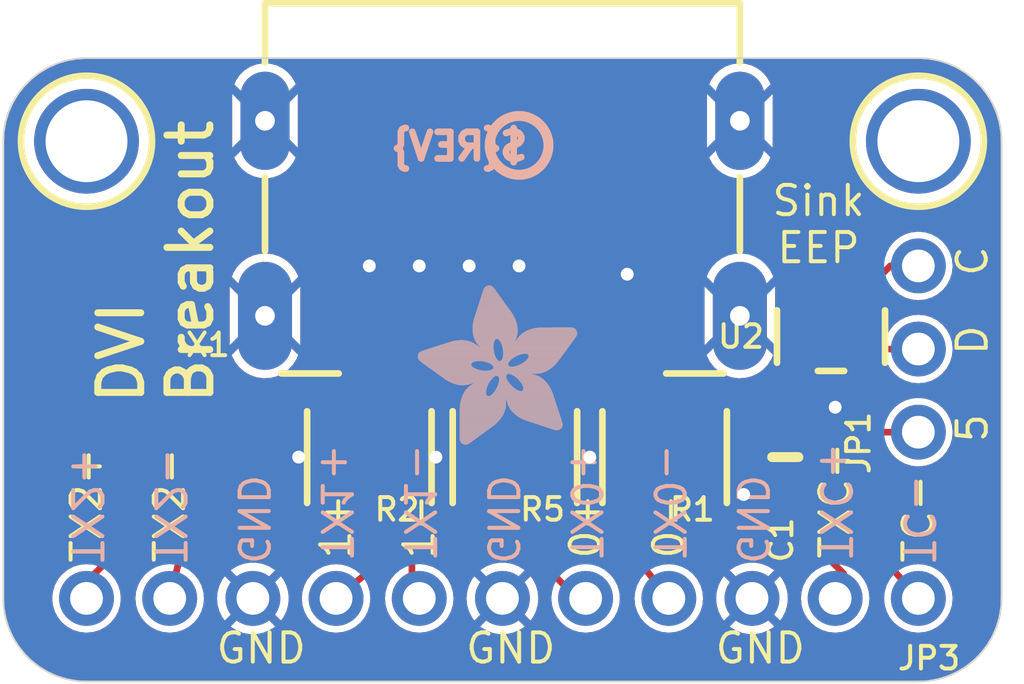
<source format=kicad_pcb>
(kicad_pcb (version 20221018) (generator pcbnew)
  (layers (0 "F.Cu" signal) (31 "B.Cu" signal) (34 "B.Paste" user) (35 "F.Paste" user) (36 "B.SilkS" user "B.Silkscreen") (37 "F.SilkS" user "F.Silkscreen") (38 "B.Mask" user) (39 "F.Mask" user) (44 "Edge.Cuts" user))
  (net 0 "")
  (net 1 "GND")
  (net 2 "HDMI_TXC+")
  (net 3 "HDMI_TXC-")
  (net 4 "HDMI_TX0+")
  (net 5 "HDMI_TX0-")
  (net 6 "HDMI_TX1+")
  (net 7 "HDMI_TX1-")
  (net 8 "HDMI_TX2+")
  (net 9 "HDMI_TX2-")
  (net 10 "5.0V")
  (net 11 "SCL")
  (net 12 "SDA")
  (net 13 "TX2+")
  (net 14 "TX2-")
  (net 15 "TX1+")
  (net 16 "TX1-")
  (net 17 "TX0+")
  (net 18 "TX0-")
  (net 19 "TXC+")
  (net 20 "TXC-")
  (net 21 "N$7")
  (footprint "working:MOUNTINGHOLE_2.5_PLATED" (layer "F.Cu") (at 161.2011 98.0186 180)
    (fp_text reference "U$33" hide)
    (fp_text value "MOUNTINGHOLE2.5" hide)
    (pad "P$1" thru_hole circle (at 0 0 180) (size 3.2 3.2) (drill 2.5) (layers "*.Cu" "*.Mask"))
    (zone (net 0) (net_name "") (layer "F.Cu") (connect_pads (clearance 0)) (min_thickness 0.25)
      (keepout (tracks not_allowed) (vias not_allowed) (pads not_allowed) (copperpour not_allowed) (footprints allowed))
      (fill (thermal_gap 0.5) (thermal_bridge_width 0.5))
      (polygon (pts (xy 159.1851 98.0186) (xy 159.20472 98.299173) (xy 159.263196 98.574285) (xy 159.359392 98.838581) (xy 159.491435 99.086917) (xy 159.656754 99.31446) (xy 159.852133 99.51678) (xy 160.073767 99.68994) (xy 160.317344 99.830569) (xy 160.578122 99.93593) (xy 160.851025 100.003972) (xy 161.130743 100.033372) (xy 161.411829 100.023556) (xy 161.688815 99.974716) (xy 161.956307 99.887803) (xy 162.2091 99.764507) (xy 162.442274 99.60723) (xy 162.651289 99.419031) (xy 162.832078 99.203575) (xy 162.981122 98.965055) (xy 163.09552 98.708113) (xy 163.173046 98.43775) (xy 163.212189 98.159229) (xy 163.212189 97.877971) (xy 163.173046 97.59945) (xy 163.09552 97.329087) (xy 162.981122 97.072145) (xy 162.832078 96.833625) (xy 162.651289 96.618169) (xy 162.442274 96.42997) (xy 162.2091 96.272693) (xy 161.956307 96.149397) (xy 161.688815 96.062484) (xy 161.411829 96.013644) (xy 161.130743 96.003828) (xy 160.851025 96.033228) (xy 160.578122 96.10127) (xy 160.317344 96.206631) (xy 160.073767 96.34726) (xy 159.852133 96.52042) (xy 159.656754 96.72274) (xy 159.491435 96.950283) (xy 159.359392 97.198619) (xy 159.263196 97.462915) (xy 159.20472 97.738027)))
      (polygon (pts (xy 161.2171 98.0186) (xy 161.212414 98.007286) (xy 161.2011 98.0026) (xy 161.189786 98.007286) (xy 161.1851 98.0186) (xy 161.189786 98.029914) (xy 161.2011 98.0346) (xy 161.212414 98.029914)))
    )
    (zone (net 0) (net_name "") (layer "B.Cu") (connect_pads (clearance 0)) (min_thickness 0.25)
      (keepout (tracks not_allowed) (vias not_allowed) (pads not_allowed) (copperpour not_allowed) (footprints allowed))
      (fill (thermal_gap 0.5) (thermal_bridge_width 0.5))
      (polygon (pts (xy 159.1851 98.0186) (xy 159.20472 98.299173) (xy 159.263196 98.574285) (xy 159.359392 98.838581) (xy 159.491435 99.086917) (xy 159.656754 99.31446) (xy 159.852133 99.51678) (xy 160.073767 99.68994) (xy 160.317344 99.830569) (xy 160.578122 99.93593) (xy 160.851025 100.003972) (xy 161.130743 100.033372) (xy 161.411829 100.023556) (xy 161.688815 99.974716) (xy 161.956307 99.887803) (xy 162.2091 99.764507) (xy 162.442274 99.60723) (xy 162.651289 99.419031) (xy 162.832078 99.203575) (xy 162.981122 98.965055) (xy 163.09552 98.708113) (xy 163.173046 98.43775) (xy 163.212189 98.159229) (xy 163.212189 97.877971) (xy 163.173046 97.59945) (xy 163.09552 97.329087) (xy 162.981122 97.072145) (xy 162.832078 96.833625) (xy 162.651289 96.618169) (xy 162.442274 96.42997) (xy 162.2091 96.272693) (xy 161.956307 96.149397) (xy 161.688815 96.062484) (xy 161.411829 96.013644) (xy 161.130743 96.003828) (xy 160.851025 96.033228) (xy 160.578122 96.10127) (xy 160.317344 96.206631) (xy 160.073767 96.34726) (xy 159.852133 96.52042) (xy 159.656754 96.72274) (xy 159.491435 96.950283) (xy 159.359392 97.198619) (xy 159.263196 97.462915) (xy 159.20472 97.738027)))
      (polygon (pts (xy 161.2171 98.0186) (xy 161.212414 98.007286) (xy 161.2011 98.0026) (xy 161.189786 98.007286) (xy 161.1851 98.0186) (xy 161.189786 98.029914) (xy 161.2011 98.0346) (xy 161.212414 98.029914)))
    )
  )
  (footprint "working:SOT23-5" (layer "F.Cu") (at 158.5341 103.9876 180)
    (fp_text reference "U2" (at 1.978 0) (layer "F.SilkS") (effects (font (size 0.692831 0.692831) (thickness 0.119969)) (justify right)))
    (fp_text value "24LC02BT-I/OT")
    (pad "1" smd rect (at -0.95 1.3001 180) (size 0.55 1.2) (layers "F.Cu" "F.Paste" "F.Mask") (net 11 "SCL"))
    (pad "2" smd rect (at 0 1.3001 180) (size 0.55 1.2) (layers "F.Cu" "F.Paste" "F.Mask") (net 1 "GND"))
    (pad "3" smd rect (at 0.95 1.3001 180) (size 0.55 1.2) (layers "F.Cu" "F.Paste" "F.Mask") (net 12 "SDA"))
    (pad "4" smd rect (at 0.95 -1.3001 180) (size 0.55 1.2) (layers "F.Cu" "F.Paste" "F.Mask") (net 10 "5.0V"))
    (pad "5" smd rect (at -0.95 -1.3001 180) (size 0.55 1.2) (layers "F.Cu" "F.Paste" "F.Mask") (net 1 "GND"))
  )
  (footprint "working:RESPACK_4X0603" (layer "F.Cu") (at 144.4371 107.6706 180)
    (fp_text reference "R2" (at -1.6 -1.6) (layer "F.SilkS") (effects (font (size 0.692831 0.692831) (thickness 0.119969)) (justify right)))
    (fp_text value "220")
    (pad "1" smd rect (at -1.3 0.85 180) (size 0.45 0.9) (layers "F.Cu" "F.Paste" "F.Mask") (net 7 "HDMI_TX1-"))
    (pad "2" smd rect (at -0.4 0.85 180) (size 0.45 0.9) (layers "F.Cu" "F.Paste" "F.Mask") (net 6 "HDMI_TX1+"))
    (pad "3" smd rect (at 0.4 0.85 180) (size 0.45 0.9) (layers "F.Cu" "F.Paste" "F.Mask") (net 9 "HDMI_TX2-"))
    (pad "4" smd rect (at 1.3 0.85 180) (size 0.45 0.9) (layers "F.Cu" "F.Paste" "F.Mask") (net 8 "HDMI_TX2+"))
    (pad "5" smd rect (at 1.3 -0.85 180) (size 0.45 0.9) (layers "F.Cu" "F.Paste" "F.Mask") (net 13 "TX2+"))
    (pad "6" smd rect (at 0.4 -0.85 180) (size 0.45 0.9) (layers "F.Cu" "F.Paste" "F.Mask") (net 14 "TX2-"))
    (pad "7" smd rect (at -0.4 -0.85 180) (size 0.45 0.9) (layers "F.Cu" "F.Paste" "F.Mask") (net 15 "TX1+"))
    (pad "8" smd rect (at -1.3 -0.85 180) (size 0.45 0.9) (layers "F.Cu" "F.Paste" "F.Mask") (net 16 "TX1-"))
  )
  (footprint "working:1X11_ROUND" (layer "F.Cu") (at 148.5011 111.9886 180)
    (fp_text reference "JP3" (at -14.0462 -1.8288) (layer "F.SilkS") (effects (font (size 0.692831 0.692831) (thickness 0.119969)) (justify right)))
    (fp_text value "")
    (pad "1" thru_hole circle (at -12.7 0 270) (size 1.6764 1.6764) (drill 1) (layers "*.Cu" "*.Mask") (net 20 "TXC-"))
    (pad "2" thru_hole circle (at -10.16 0 270) (size 1.6764 1.6764) (drill 1) (layers "*.Cu" "*.Mask") (net 19 "TXC+"))
    (pad "3" thru_hole circle (at -7.62 0 270) (size 1.6764 1.6764) (drill 1) (layers "*.Cu" "*.Mask") (net 1 "GND"))
    (pad "4" thru_hole circle (at -5.08 0 270) (size 1.6764 1.6764) (drill 1) (layers "*.Cu" "*.Mask") (net 18 "TX0-"))
    (pad "5" thru_hole circle (at -2.54 0 270) (size 1.6764 1.6764) (drill 1) (layers "*.Cu" "*.Mask") (net 17 "TX0+"))
    (pad "6" thru_hole circle (at 0 0 270) (size 1.6764 1.6764) (drill 1) (layers "*.Cu" "*.Mask") (net 1 "GND"))
    (pad "7" thru_hole circle (at 2.54 0 270) (size 1.6764 1.6764) (drill 1) (layers "*.Cu" "*.Mask") (net 16 "TX1-"))
    (pad "8" thru_hole circle (at 5.08 0 270) (size 1.6764 1.6764) (drill 1) (layers "*.Cu" "*.Mask") (net 15 "TX1+"))
    (pad "9" thru_hole circle (at 7.62 0 270) (size 1.6764 1.6764) (drill 1) (layers "*.Cu" "*.Mask") (net 1 "GND"))
    (pad "10" thru_hole circle (at 10.16 0 270) (size 1.6764 1.6764) (drill 1) (layers "*.Cu" "*.Mask") (net 14 "TX2-"))
    (pad "11" thru_hole circle (at 12.7 0 270) (size 1.6764 1.6764) (drill 1) (layers "*.Cu" "*.Mask") (net 13 "TX2+"))
  )
  (footprint "working:RESPACK_4X0603" (layer "F.Cu") (at 148.8821 107.6706 180)
    (fp_text reference "R5" (at -1.6 -1.6) (layer "F.SilkS") (effects (font (size 0.692831 0.692831) (thickness 0.119969)) (justify right)))
    (fp_text value "220")
    (pad "1" smd rect (at -1.3 0.85 180) (size 0.45 0.9) (layers "F.Cu" "F.Paste" "F.Mask") (net 3 "HDMI_TXC-"))
    (pad "2" smd rect (at -0.4 0.85 180) (size 0.45 0.9) (layers "F.Cu" "F.Paste" "F.Mask") (net 2 "HDMI_TXC+"))
    (pad "3" smd rect (at 0.4 0.85 180) (size 0.45 0.9) (layers "F.Cu" "F.Paste" "F.Mask") (net 5 "HDMI_TX0-"))
    (pad "4" smd rect (at 1.3 0.85 180) (size 0.45 0.9) (layers "F.Cu" "F.Paste" "F.Mask") (net 4 "HDMI_TX0+"))
    (pad "5" smd rect (at 1.3 -0.85 180) (size 0.45 0.9) (layers "F.Cu" "F.Paste" "F.Mask") (net 17 "TX0+"))
    (pad "6" smd rect (at 0.4 -0.85 180) (size 0.45 0.9) (layers "F.Cu" "F.Paste" "F.Mask") (net 18 "TX0-"))
    (pad "7" smd rect (at -0.4 -0.85 180) (size 0.45 0.9) (layers "F.Cu" "F.Paste" "F.Mask") (net 19 "TXC+"))
    (pad "8" smd rect (at -1.3 -0.85 180) (size 0.45 0.9) (layers "F.Cu" "F.Paste" "F.Mask") (net 20 "TXC-"))
  )
  (footprint "working:HDMI_MOLEX_47151-0001" (layer "F.Cu") (at 148.5011 104.1146 180)
    (fp_text reference "X1" (at 8.255 -0.127) (layer "F.SilkS") (effects (font (size 0.692831 0.692831) (thickness 0.119969)) (justify right)))
    (fp_text value "47151-0001")
    (pad "1" smd rect (at 4.5 0 180) (size 0.25 2.6) (layers "F.Cu" "F.Mask") (net 8 "HDMI_TX2+"))
    (pad "2" smd rect (at 4 0 180) (size 0.25 2.6) (layers "F.Cu" "F.Mask") (net 1 "GND"))
    (pad "3" smd rect (at 3.5 0 180) (size 0.25 2.6) (layers "F.Cu" "F.Mask") (net 9 "HDMI_TX2-"))
    (pad "4" smd rect (at 3 0 180) (size 0.25 2.6) (layers "F.Cu" "F.Mask") (net 6 "HDMI_TX1+"))
    (pad "5" smd rect (at 2.5 0 180) (size 0.25 2.6) (layers "F.Cu" "F.Mask") (net 1 "GND"))
    (pad "6" smd rect (at 2 0 180) (size 0.25 2.6) (layers "F.Cu" "F.Mask") (net 7 "HDMI_TX1-"))
    (pad "7" smd rect (at 1.5 0 180) (size 0.25 2.6) (layers "F.Cu" "F.Mask") (net 4 "HDMI_TX0+"))
    (pad "8" smd rect (at 1 0 180) (size 0.25 2.6) (layers "F.Cu" "F.Mask") (net 1 "GND"))
    (pad "9" smd rect (at 0.5 0 180) (size 0.25 2.6) (layers "F.Cu" "F.Mask") (net 5 "HDMI_TX0-"))
    (pad "10" smd rect (at 0 0 180) (size 0.25 2.6) (layers "F.Cu" "F.Mask") (net 2 "HDMI_TXC+"))
    (pad "11" smd rect (at -0.5 0 180) (size 0.25 2.6) (layers "F.Cu" "F.Mask") (net 1 "GND"))
    (pad "12" smd rect (at -1 0 180) (size 0.25 2.6) (layers "F.Cu" "F.Mask") (net 3 "HDMI_TXC-"))
    (pad "13" smd rect (at -1.5 0 180) (size 0.25 2.6) (layers "F.Cu" "F.Mask"))
    (pad "14" smd rect (at -2 0 180) (size 0.25 2.6) (layers "F.Cu" "F.Mask"))
    (pad "15" smd rect (at -2.5 0 180) (size 0.25 2.6) (layers "F.Cu" "F.Mask") (net 11 "SCL"))
    (pad "16" smd rect (at -3 0 180) (size 0.25 2.6) (layers "F.Cu" "F.Mask") (net 12 "SDA"))
    (pad "17" smd rect (at -3.5 0 180) (size 0.25 2.6) (layers "F.Cu" "F.Mask") (net 1 "GND"))
    (pad "18" smd rect (at -4 0 180) (size 0.25 2.6) (layers "F.Cu" "F.Mask") (net 10 "5.0V"))
    (pad "19" smd rect (at -4.5 0 180) (size 0.25 2.6) (layers "F.Cu" "F.Mask") (net 21 "N$7"))
    (pad "P$1" thru_hole oval (at -7.25 0.76 270) (size 3.3 1.65) (drill 0.6) (layers "*.Cu" "*.Mask") (net 1 "GND"))
    (pad "P$2" thru_hole oval (at 7.25 0.76 270) (size 3.3 1.65) (drill 0.6) (layers "*.Cu" "*.Mask") (net 1 "GND"))
    (pad "P$3" thru_hole oval (at 7.25 6.72 270) (size 3 1.5) (drill 0.6) (layers "*.Cu" "*.Mask") (net 1 "GND"))
    (pad "P$4" thru_hole oval (at -7.25 6.72 270) (size 3 1.5) (drill 0.6) (layers "*.Cu" "*.Mask") (net 1 "GND"))
  )
  (footprint "working:RESPACK_4X0603" (layer "F.Cu") (at 153.4541 107.6706 180)
    (fp_text reference "R1" (at -1.6 -1.6) (layer "F.SilkS") (effects (font (size 0.692831 0.692831) (thickness 0.119969)) (justify right)))
    (fp_text value "10K")
    (pad "1" smd rect (at -1.3 0.85 180) (size 0.45 0.9) (layers "F.Cu" "F.Paste" "F.Mask") (net 21 "N$7"))
    (pad "2" smd rect (at -0.4 0.85 180) (size 0.45 0.9) (layers "F.Cu" "F.Paste" "F.Mask") (net 10 "5.0V"))
    (pad "3" smd rect (at 0.4 0.85 180) (size 0.45 0.9) (layers "F.Cu" "F.Paste" "F.Mask") (net 12 "SDA"))
    (pad "4" smd rect (at 1.3 0.85 180) (size 0.45 0.9) (layers "F.Cu" "F.Paste" "F.Mask") (net 11 "SCL"))
    (pad "5" smd rect (at 1.3 -0.85 180) (size 0.45 0.9) (layers "F.Cu" "F.Paste" "F.Mask") (net 10 "5.0V"))
    (pad "6" smd rect (at 0.4 -0.85 180) (size 0.45 0.9) (layers "F.Cu" "F.Paste" "F.Mask") (net 10 "5.0V"))
    (pad "7" smd rect (at -0.4 -0.85 180) (size 0.45 0.9) (layers "F.Cu" "F.Paste" "F.Mask") (net 10 "5.0V"))
    (pad "8" smd rect (at -1.3 -0.85 180) (size 0.45 0.9) (layers "F.Cu" "F.Paste" "F.Mask") (net 10 "5.0V"))
  )
  (footprint "working:MOUNTINGHOLE_2.5_PLATED" (layer "F.Cu") (at 135.8011 98.0186 180)
    (fp_text reference "U$32" hide)
    (fp_text value "MOUNTINGHOLE2.5" hide)
    (pad "P$1" thru_hole circle (at 0 0 180) (size 3.2 3.2) (drill 2.5) (layers "*.Cu" "*.Mask"))
    (zone (net 0) (net_name "") (layer "F.Cu") (connect_pads (clearance 0)) (min_thickness 0.25)
      (keepout (tracks not_allowed) (vias not_allowed) (pads not_allowed) (copperpour not_allowed) (footprints allowed))
      (fill (thermal_gap 0.5) (thermal_bridge_width 0.5))
      (polygon (pts (xy 133.7851 98.0186) (xy 133.80472 98.299173) (xy 133.863196 98.574285) (xy 133.959392 98.838581) (xy 134.091435 99.086917) (xy 134.256754 99.31446) (xy 134.452133 99.51678) (xy 134.673767 99.68994) (xy 134.917344 99.830569) (xy 135.178122 99.93593) (xy 135.451025 100.003972) (xy 135.730743 100.033372) (xy 136.011829 100.023556) (xy 136.288815 99.974716) (xy 136.556307 99.887803) (xy 136.8091 99.764507) (xy 137.042274 99.60723) (xy 137.251289 99.419031) (xy 137.432078 99.203575) (xy 137.581122 98.965055) (xy 137.69552 98.708113) (xy 137.773046 98.43775) (xy 137.812189 98.159229) (xy 137.812189 97.877971) (xy 137.773046 97.59945) (xy 137.69552 97.329087) (xy 137.581122 97.072145) (xy 137.432078 96.833625) (xy 137.251289 96.618169) (xy 137.042274 96.42997) (xy 136.8091 96.272693) (xy 136.556307 96.149397) (xy 136.288815 96.062484) (xy 136.011829 96.013644) (xy 135.730743 96.003828) (xy 135.451025 96.033228) (xy 135.178122 96.10127) (xy 134.917344 96.206631) (xy 134.673767 96.34726) (xy 134.452133 96.52042) (xy 134.256754 96.72274) (xy 134.091435 96.950283) (xy 133.959392 97.198619) (xy 133.863196 97.462915) (xy 133.80472 97.738027)))
      (polygon (pts (xy 135.8171 98.0186) (xy 135.812414 98.007286) (xy 135.8011 98.0026) (xy 135.789786 98.007286) (xy 135.7851 98.0186) (xy 135.789786 98.029914) (xy 135.8011 98.0346) (xy 135.812414 98.029914)))
    )
    (zone (net 0) (net_name "") (layer "B.Cu") (connect_pads (clearance 0)) (min_thickness 0.25)
      (keepout (tracks not_allowed) (vias not_allowed) (pads not_allowed) (copperpour not_allowed) (footprints allowed))
      (fill (thermal_gap 0.5) (thermal_bridge_width 0.5))
      (polygon (pts (xy 133.7851 98.0186) (xy 133.80472 98.299173) (xy 133.863196 98.574285) (xy 133.959392 98.838581) (xy 134.091435 99.086917) (xy 134.256754 99.31446) (xy 134.452133 99.51678) (xy 134.673767 99.68994) (xy 134.917344 99.830569) (xy 135.178122 99.93593) (xy 135.451025 100.003972) (xy 135.730743 100.033372) (xy 136.011829 100.023556) (xy 136.288815 99.974716) (xy 136.556307 99.887803) (xy 136.8091 99.764507) (xy 137.042274 99.60723) (xy 137.251289 99.419031) (xy 137.432078 99.203575) (xy 137.581122 98.965055) (xy 137.69552 98.708113) (xy 137.773046 98.43775) (xy 137.812189 98.159229) (xy 137.812189 97.877971) (xy 137.773046 97.59945) (xy 137.69552 97.329087) (xy 137.581122 97.072145) (xy 137.432078 96.833625) (xy 137.251289 96.618169) (xy 137.042274 96.42997) (xy 136.8091 96.272693) (xy 136.556307 96.149397) (xy 136.288815 96.062484) (xy 136.011829 96.013644) (xy 135.730743 96.003828) (xy 135.451025 96.033228) (xy 135.178122 96.10127) (xy 134.917344 96.206631) (xy 134.673767 96.34726) (xy 134.452133 96.52042) (xy 134.256754 96.72274) (xy 134.091435 96.950283) (xy 133.959392 97.198619) (xy 133.863196 97.462915) (xy 133.80472 97.738027)))
      (polygon (pts (xy 135.8171 98.0186) (xy 135.812414 98.007286) (xy 135.8011 98.0026) (xy 135.789786 98.007286) (xy 135.7851 98.0186) (xy 135.789786 98.029914) (xy 135.8011 98.0346) (xy 135.812414 98.029914)))
    )
  )
  (footprint "working:0603-NO" (layer "F.Cu") (at 157.1371 107.6706 -90)
    (fp_text reference "C1" (at 1.778 0.127 90) (layer "F.SilkS") (effects (font (size 0.692831 0.692831) (thickness 0.119969)) (justify right)))
    (fp_text value "1uF")
    (pad "1" smd rect (at -0.85 0 270) (size 1.075 1) (layers "F.Cu" "F.Paste" "F.Mask") (net 10 "5.0V"))
    (pad "2" smd rect (at 0.85 0 270) (size 1.075 1) (layers "F.Cu" "F.Paste" "F.Mask") (net 1 "GND"))
  )
  (footprint "working:1X03_ROUND" (layer "F.Cu") (at 161.2011 104.3686 90)
    (fp_text reference "JP1" (at -3.8862 -1.8288 90) (layer "F.SilkS") (effects (font (size 0.692831 0.692831) (thickness 0.119969)) (justify left)))
    (fp_text value "")
    (pad "1" thru_hole circle (at -2.54 0 180) (size 1.6764 1.6764) (drill 1) (layers "*.Cu" "*.Mask") (net 10 "5.0V"))
    (pad "2" thru_hole circle (at 0 0 180) (size 1.6764 1.6764) (drill 1) (layers "*.Cu" "*.Mask") (net 12 "SDA"))
    (pad "3" thru_hole circle (at 2.54 0 180) (size 1.6764 1.6764) (drill 1) (layers "*.Cu" "*.Mask") (net 11 "SCL"))
  )
  (footprint "working:FIDUCIAL_1MM" (layer "F.Cu") (at 134.5311 105.7656 -90)
    (fp_text reference "FID2" hide)
    (fp_text value "FIDUCIAL_1MM" hide)
    (pad "1" smd roundrect (at 0 0 270) (size 1 1) (layers "F.Cu" "F.Mask") (roundrect_rratio 0.5))
  )
  (footprint "working:FIDUCIAL_1MM" (layer "F.Cu") (at 158.0261 96.7486 -90)
    (fp_text reference "FID1" hide)
    (fp_text value "FIDUCIAL_1MM" hide)
    (pad "1" smd roundrect (at 0 0 270) (size 1 1) (layers "F.Cu" "F.Mask") (roundrect_rratio 0.5))
  )
  (footprint "working:PCBFEAT-REV-040" (layer "B.Cu") (at 149.0091 98.1456 180)
    (fp_text reference "U$73" hide)
    (fp_text value "" hide)
    (fp_text user "${REV}" (at -0.3556 -0.508) (layer "B.SilkS") (effects (font (size 0.8128 0.8128) (thickness 0.2032)) (justify left bottom mirror)))
  )
  (footprint "working:ADAFRUIT_5MM" (layer "B.Cu") (at 150.7871 107.2896 180)
    (fp_text reference "U$6" hide)
    (fp_text value "" hide)
  )
  (gr_line (start 133.2611 111.9886) (end 133.2611 98.0186) (stroke (width 0.05)) (layer "Edge.Cuts"))
  (gr_line (start 163.7411 98.0186) (end 163.7411 111.9886) (stroke (width 0.05)) (layer "Edge.Cuts"))
  (gr_arc (start 135.8011 114.5286) (mid 134.005049 113.784651) (end 133.2611 111.9886) (stroke (width 0.05)) (layer "Edge.Cuts"))
  (gr_arc (start 161.2011 95.4786) (mid 162.997151 96.222549) (end 163.7411 98.0186) (stroke (width 0.05)) (layer "Edge.Cuts"))
  (gr_arc (start 133.2611 98.0186) (mid 134.005049 96.222549) (end 135.8011 95.4786) (stroke (width 0.05)) (layer "Edge.Cuts"))
  (gr_line (start 161.2011 114.5286) (end 135.8011 114.5286) (stroke (width 0.05)) (layer "Edge.Cuts"))
  (gr_line (start 135.8011 95.4786) (end 161.2011 95.4786) (stroke (width 0.05)) (layer "Edge.Cuts"))
  (gr_arc (start 163.7411 111.9886) (mid 162.997151 113.784651) (end 161.2011 114.5286) (stroke (width 0.05)) (layer "Edge.Cuts"))
  (gr_text "TX1-" (at 145.9611 110.8456 -90) (layer "B.SilkS") (effects (font (size 0.89408 0.89408) (thickness 0.12192)) (justify left mirror)))
  (gr_text "GND" (at 156.1211 109.5756 -90) (layer "B.SilkS") (effects (font (size 0.89408 0.89408) (thickness 0.12192)) (justify mirror)))
  (gr_text "TX0+" (at 151.0411 110.8456 -90) (layer "B.SilkS") (effects (font (size 0.89408 0.89408) (thickness 0.12192)) (justify left mirror)))
  (gr_text "TX1+" (at 143.4211 110.8456 -90) (layer "B.SilkS") (effects (font (size 0.89408 0.89408) (thickness 0.12192)) (justify left mirror)))
  (gr_text "GND" (at 140.8811 109.5756 -90) (layer "B.SilkS") (effects (font (size 0.89408 0.89408) (thickness 0.12192)) (justify mirror)))
  (gr_text "GND" (at 148.5011 109.5756 -90) (layer "B.SilkS") (effects (font (size 0.89408 0.89408) (thickness 0.12192)) (justify mirror)))
  (gr_text "TX0-" (at 153.5811 110.8456 -90) (layer "B.SilkS") (effects (font (size 0.89408 0.89408) (thickness 0.12192)) (justify left mirror)))
  (gr_text "TX2+" (at 135.8011 110.9726 -90) (layer "B.SilkS") (effects (font (size 0.89408 0.89408) (thickness 0.12192)) (justify left mirror)))
  (gr_text "TX2-" (at 138.3411 110.9726 -90) (layer "B.SilkS") (effects (font (size 0.89408 0.89408) (thickness 0.12192)) (justify left mirror)))
  (gr_text "TXC+" (at 158.6611 110.8456 -90) (layer "B.SilkS") (effects (font (size 0.89408 0.89408) (thickness 0.12192)) (justify left mirror)))
  (gr_text "TC-" (at 161.2011 110.9726 -90) (layer "B.SilkS") (effects (font (size 0.89408 0.89408) (thickness 0.12192)) (justify left mirror)))
  (gr_text "DVI\nBreakout" (at 139.7381 106.1466 90) (layer "F.SilkS") (effects (font (size 1.31064 1.31064) (thickness 0.21336)) (justify left bottom)))
  (gr_text "1-" (at 145.9611 110.8456 90) (layer "F.SilkS") (effects (font (size 0.89408 0.89408) (thickness 0.12192)) (justify left)))
  (gr_text "1+" (at 143.4211 110.8456 90) (layer "F.SilkS") (effects (font (size 0.89408 0.89408) (thickness 0.12192)) (justify left)))
  (gr_text "GND" (at 156.3751 113.5126) (layer "F.SilkS") (effects (font (size 0.89408 0.89408) (thickness 0.12192))))
  (gr_text "TX2-" (at 138.3411 110.9726 90) (layer "F.SilkS") (effects (font (size 0.89408 0.89408) (thickness 0.12192)) (justify left)))
  (gr_text "TC-" (at 161.2011 110.9726 90) (layer "F.SilkS") (effects (font (size 0.89408 0.89408) (thickness 0.12192)) (justify left)))
  (gr_text "TXC+" (at 158.6611 110.8456 90) (layer "F.SilkS") (effects (font (size 0.89408 0.89408) (thickness 0.12192)) (justify left)))
  (gr_text "TX2+" (at 135.8011 110.9726 90) (layer "F.SilkS") (effects (font (size 0.89408 0.89408) (thickness 0.12192)) (justify left)))
  (gr_text "Sink\nEEP" (at 158.1531 100.5586) (layer "F.SilkS") (effects (font (size 0.89408 0.89408) (thickness 0.12192))))
  (gr_text "0-" (at 153.5811 110.8456 90) (layer "F.SilkS") (effects (font (size 0.89408 0.89408) (thickness 0.12192)) (justify left)))
  (gr_text "GND" (at 148.7551 113.5126) (layer "F.SilkS") (effects (font (size 0.89408 0.89408) (thickness 0.12192))))
  (gr_text "GND" (at 141.1351 113.5126) (layer "F.SilkS") (effects (font (size 0.89408 0.89408) (thickness 0.12192))))
  (gr_text "D" (at 162.8521 104.6226 90) (layer "F.SilkS") (effects (font (size 0.89408 0.89408) (thickness 0.12192)) (justify left)))
  (gr_text "C" (at 162.8521 102.2096 90) (layer "F.SilkS") (effects (font (size 0.89408 0.89408) (thickness 0.12192)) (justify left)))
  (gr_text "5" (at 162.8521 107.2896 90) (layer "F.SilkS") (effects (font (size 0.89408 0.89408) (thickness 0.12192)) (justify left)))
  (gr_text "0+" (at 151.0411 110.8456 90) (layer "F.SilkS") (effects (font (size 0.89408 0.89408) (thickness 0.12192)) (justify left)))
  (via (at 158.6611 106.1466) (size 0.8001) (drill 0.3937) (layers "F.Cu" "B.Cu") (net 1))
  (via (at 155.8671 108.8136) (size 0.8001) (drill 0.3937) (layers "F.Cu" "B.Cu") (net 1))
  (via (at 146.4691 107.6706) (size 0.8001) (drill 0.3937) (layers "F.Cu" "B.Cu") (net 1))
  (via (at 147.4851 101.8286) (size 0.8001) (drill 0.3937) (layers "F.Cu" "B.Cu") (net 1))
  (via (at 149.0091 101.8286) (size 0.8001) (drill 0.3937) (layers "F.Cu" "B.Cu") (net 1))
  (via (at 142.2781 107.6706) (size 0.8001) (drill 0.3937) (layers "F.Cu" "B.Cu") (net 1))
  (via (at 152.3111 102.0826) (size 0.8001) (drill 0.3937) (layers "F.Cu" "B.Cu") (net 1))
  (via (at 145.9611 101.8286) (size 0.8001) (drill 0.3937) (layers "F.Cu" "B.Cu") (net 1))
  (via (at 144.4371 101.8286) (size 0.8001) (drill 0.3937) (layers "F.Cu" "B.Cu") (net 1))
  (via (at 151.1681 107.6706) (size 0.8001) (drill 0.3937) (layers "F.Cu" "B.Cu") (net 1))
  (segment (start 148.5011 104.1146) (end 148.5011 105.5116) (width 0.2032) (layer "F.Cu") (net 2))
  (segment (start 148.5011 105.5116) (end 149.2821 106.2926) (width 0.2032) (layer "F.Cu") (net 2))
  (segment (start 149.2821 106.2926) (end 149.2821 106.8206) (width 0.2032) (layer "F.Cu") (net 2))
  (segment (start 149.5011 105.7496) (end 150.1821 106.4306) (width 0.2032) (layer "F.Cu") (net 3))
  (segment (start 150.1821 106.4306) (end 150.1821 106.8206) (width 0.2032) (layer "F.Cu") (net 3))
  (segment (start 149.5011 104.1146) (end 149.5011 105.7496) (width 0.2032) (layer "F.Cu") (net 3))
  (segment (start 147.5821 106.6936) (end 147.0011 106.1126) (width 0.2032) (layer "F.Cu") (net 4))
  (segment (start 147.0011 104.1146) (end 147.0011 106.1126) (width 0.2032) (layer "F.Cu") (net 4))
  (segment (start 147.5821 106.6936) (end 147.5821 106.8206) (width 0.2032) (layer "F.Cu") (net 4))
  (segment (start 148.0011 104.1146) (end 148.0011 105.9586) (width 0.2032) (layer "F.Cu") (net 5))
  (segment (start 148.4821 106.4396) (end 148.0011 105.9586) (width 0.2032) (layer "F.Cu") (net 5))
  (segment (start 148.4821 106.4396) (end 148.4821 106.8206) (width 0.2032) (layer "F.Cu") (net 5))
  (segment (start 145.5011 105.911338) (end 144.8371 106.575338) (width 0.2032) (layer "F.Cu") (net 6))
  (segment (start 145.5011 104.1146) (end 145.5011 105.911338) (width 0.2032) (layer "F.Cu") (net 6))
  (segment (start 144.8371 106.8206) (end 144.8371 106.575338) (width 0.2032) (layer "F.Cu") (net 6))
  (segment (start 146.5011 105.8606) (end 145.7371 106.6246) (width 0.2032) (layer "F.Cu") (net 7))
  (segment (start 145.7371 106.8206) (end 145.7371 106.6246) (width 0.2032) (layer "F.Cu") (net 7))
  (segment (start 146.5011 104.1146) (end 146.5011 105.8606) (width 0.2032) (layer "F.Cu") (net 7))
  (segment (start 144.0011 105.5666) (end 143.1371 106.4306) (width 0.2032) (layer "F.Cu") (net 8))
  (segment (start 143.1371 106.4306) (end 143.1371 106.8206) (width 0.2032) (layer "F.Cu") (net 8))
  (segment (start 144.0011 104.1146) (end 144.0011 105.5666) (width 0.2032) (layer "F.Cu") (net 8))
  (segment (start 145.0011 104.1146) (end 145.0011 105.55055) (width 0.2032) (layer "F.Cu") (net 9))
  (segment (start 144.0371 106.51455) (end 144.0371 106.8206) (width 0.2032) (layer "F.Cu") (net 9))
  (segment (start 145.0011 105.55055) (end 144.0371 106.51455) (width 0.2032) (layer "F.Cu") (net 9))
  (segment (start 157.1371 106.8206) (end 157.2251 106.9086) (width 0.2032) (layer "F.Cu") (net 10))
  (segment (start 153.8541 108.5206) (end 153.8541 106.8206) (width 0.2032) (layer "F.Cu") (net 10))
  (segment (start 153.97805 106.16255) (end 153.97805 106.8206) (width 0.2032) (layer "F.Cu") (net 10))
  (segment (start 152.79605 105.7656) (end 152.5011 105.47065) (width 0.2032) (layer "F.Cu") (net 10))
  (segment (start 153.8541 108.5206) (end 154.7541 108.5206) (width 0.2032) (layer "F.Cu") (net 10))
  (segment (start 154.7541 108.5206) (end 156.4541 106.8206) (width 0.2032) (layer "F.Cu") (net 10))
  (segment (start 152.1541 108.5206) (end 153.0541 108.5206) (width 0.2032) (layer "F.Cu") (net 10))
  (segment (start 157.5841 105.6906) (end 157.5841 105.2877) (width 0.2032) (layer "F.Cu") (net 10))
  (segment (start 153.97805 106.8206) (end 153.8541 106.8206) (width 0.2032) (layer "F.Cu") (net 10))
  (segment (start 152.79605 105.7656) (end 153.5811 105.7656) (width 0.2032) (layer "F.Cu") (net 10))
  (segment (start 157.1371 106.8206) (end 157.7111 106.2466) (width 0.2032) (layer "F.Cu") (net 10))
  (segment (start 152.5011 104.1146) (end 152.5011 105.47065) (width 0.2032) (layer "F.Cu") (net 10))
  (segment (start 157.7111 106.2466) (end 157.7111 105.5636) (width 0.2032) (layer "F.Cu") (net 10))
  (segment (start 156.4541 106.8206) (end 157.1371 106.8206) (width 0.2032) (layer "F.Cu") (net 10))
  (segment (start 154.8811 108.5206) (end 154.7541 108.5206) (width 0.2032) (layer "F.Cu") (net 10))
  (segment (start 153.0541 108.5206) (end 153.8541 108.5206) (width 0.2032) (layer "F.Cu") (net 10))
  (segment (start 157.2251 106.9086) (end 161.2011 106.9086) (width 0.2032) (layer "F.Cu") (net 10))
  (segment (start 157.7111 105.5636) (end 157.5841 105.6906) (width 0.2032) (layer "F.Cu") (net 10))
  (segment (start 153.5811 105.7656) (end 153.97805 106.16255) (width 0.2032) (layer "F.Cu") (net 10))
  (segment (start 157.5841 105.8176) (end 157.5841 105.6906) (width 0.2032) (layer "F.Cu") (net 10))
  (segment (start 152.0271 106.8206) (end 151.0011 105.7946) (width 0.2032) (layer "F.Cu") (net 11))
  (segment (start 151.0011 104.1146) (end 151.0011 105.7946) (width 0.2032) (layer "F.Cu") (net 11))
  (segment (start 159.4841 102.6875) (end 159.4841 101.8286) (width 0.2032) (layer "F.Cu") (net 11))
  (segment (start 158.2141 100.5586) (end 151.8031 100.5586) (width 0.2032) (layer "F.Cu") (net 11))
  (segment (start 159.4841 102.6875) (end 160.343 101.8286) (width 0.2032) (layer "F.Cu") (net 11))
  (segment (start 160.343 101.8286) (end 161.2011 101.8286) (width 0.2032) (layer "F.Cu") (net 11))
  (segment (start 151.0411 104.0746) (end 151.0011 104.1146) (width 0.2032) (layer "F.Cu") (net 11))
  (segment (start 159.4841 101.8286) (end 158.2141 100.5586) (width 0.2032) (layer "F.Cu") (net 11))
  (segment (start 151.8031 100.5586) (end 151.0411 101.3206) (width 0.2032) (layer "F.Cu") (net 11))
  (segment (start 152.0271 106.8206) (end 152.1541 106.8206) (width 0.2032) (layer "F.Cu") (net 11))
  (segment (start 151.0411 101.3206) (end 151.0411 104.0746) (width 0.2032) (layer "F.Cu") (net 11))
  (segment (start 152.0571 101.0666) (end 155.9632 101.0666) (width 0.2032) (layer "F.Cu") (net 12))
  (segment (start 151.5011 101.6226) (end 152.0571 101.0666) (width 0.2032) (layer "F.Cu") (net 12))
  (segment (start 155.9632 101.0666) (end 157.5841 102.6875) (width 0.2032) (layer "F.Cu") (net 12))
  (segment (start 151.5011 104.1146) (end 151.5011 101.6226) (width 0.2032) (layer "F.Cu") (net 12))
  (segment (start 151.5011 104.1146) (end 151.5011 105.5906) (width 0.2032) (layer "F.Cu") (net 12))
  (segment (start 151.5011 105.5906) (end 151.6761 105.7656) (width 0.2032) (layer "F.Cu") (net 12))
  (segment (start 158.2801 104.3686) (end 157.5841 103.6726) (width 0.2032) (layer "F.Cu") (net 12))
  (segment (start 153.0541 106.598388) (end 153.0541 106.8206) (width 0.2032) (layer "F.Cu") (net 12))
  (segment (start 157.5841 102.6875) (end 157.5841 103.6726) (width 0.2032) (layer "F.Cu") (net 12))
  (segment (start 161.2011 104.3686) (end 158.2801 104.3686) (width 0.2032) (layer "F.Cu") (net 12))
  (segment (start 151.6761 105.7656) (end 152.221312 105.7656) (width 0.2032) (layer "F.Cu") (net 12))
  (segment (start 152.221312 105.7656) (end 153.0541 106.598388) (width 0.2032) (layer "F.Cu") (net 12))
  (segment (start 137.9991 109.2826) (end 136.0551 111.2266) (width 0.2032) (layer "F.Cu") (net 13))
  (segment (start 142.3751 109.2826) (end 137.9991 109.2826) (width 0.2032) (layer "F.Cu") (net 13))
  (segment (start 136.0551 111.2266) (end 135.8011 111.9886) (width 0.2032) (layer "F.Cu") (net 13))
  (segment (start 143.1371 108.5206) (end 142.3751 109.2826) (width 0.2032) (layer "F.Cu") (net 13))
  (segment (start 139.8651 109.7026) (end 138.5951 110.9726) (width 0.2032) (layer "F.Cu") (net 14))
  (segment (start 138.5951 110.9726) (end 138.3411 111.9886) (width 0.2032) (layer "F.Cu") (net 14))
  (segment (start 144.0371 109.3406) (end 143.6751 109.7026) (width 0.2032) (layer "F.Cu") (net 14))
  (segment (start 144.0371 108.5206) (end 144.0371 109.3406) (width 0.2032) (layer "F.Cu") (net 14))
  (segment (start 143.6751 109.7026) (end 139.8651 109.7026) (width 0.2032) (layer "F.Cu") (net 14))
  (segment (start 144.8371 108.5206) (end 144.8371 110.8266) (width 0.2032) (layer "F.Cu") (net 15))
  (segment (start 144.8371 110.8266) (end 143.4211 111.9886) (width 0.2032) (layer "F.Cu") (net 15))
  (segment (start 145.7371 111.5106) (end 145.9611 111.9886) (width 0.2032) (layer "F.Cu") (net 16))
  (segment (start 145.7371 108.5206) (end 145.7371 111.5106) (width 0.2032) (layer "F.Cu") (net 16))
  (segment (start 147.5821 109.2916) (end 148.2471 109.9566) (width 0.2032) (layer "F.Cu") (net 17))
  (segment (start 148.2471 109.9566) (end 148.7551 109.9566) (width 0.2032) (layer "F.Cu") (net 17))
  (segment (start 148.7551 109.9566) (end 150.7871 111.9886) (width 0.2032) (layer "F.Cu") (net 17))
  (segment (start 150.7871 111.9886) (end 151.0411 111.9886) (width 0.2032) (layer "F.Cu") (net 17))
  (segment (start 147.5821 108.5206) (end 147.5821 109.2916) (width 0.2032) (layer "F.Cu") (net 17))
  (segment (start 152.5651 110.7186) (end 153.5811 111.9886) (width 0.2032) (layer "F.Cu") (net 18))
  (segment (start 148.4821 108.5206) (end 148.4821 109.4096) (width 0.2032) (layer "F.Cu") (net 18))
  (segment (start 150.212362 110.7186) (end 148.942362 109.4486) (width 0.2032) (layer "F.Cu") (net 18))
  (segment (start 150.212362 110.7186) (end 152.5651 110.7186) (width 0.2032) (layer "F.Cu") (net 18))
  (segment (start 148.942362 109.4486) (end 148.5211 109.4486) (width 0.2032) (layer "F.Cu") (net 18))
  (segment (start 148.5211 109.4486) (end 148.4821 109.4096) (width 0.2032) (layer "F.Cu") (net 18))
  (segment (start 150.3807 110.3122) (end 158.0007 110.3122) (width 0.2032) (layer "F.Cu") (net 19))
  (segment (start 149.2821 109.2136) (end 150.3807 110.3122) (width 0.2032) (layer "F.Cu") (net 19))
  (segment (start 158.0007 110.3122) (end 158.9151 111.2266) (width 0.2032) (layer "F.Cu") (net 19))
  (segment (start 149.2821 108.5206) (end 149.2821 109.2136) (width 0.2032) (layer "F.Cu") (net 19))
  (segment (start 158.9151 111.2266) (end 158.6611 111.9886) (width 0.2032) (layer "F.Cu") (net 19))
  (segment (start 159.3723 109.9058) (end 161.2011 111.9886) (width 0.2032) (layer "F.Cu") (net 20))
  (segment (start 150.1821 108.5206) (end 150.1821 109.4096) (width 0.2032) (layer "F.Cu") (net 20))
  (segment (start 150.6783 109.9058) (end 159.3723 109.9058) (width 0.2032) (layer "F.Cu") (net 20))
  (segment (start 150.6783 109.9058) (end 150.1821 109.4096) (width 0.2032) (layer "F.Cu") (net 20))
  (segment (start 153.0011 104.1146) (end 153.0731 104.1146) (width 0.2032) (layer "F.Cu") (net 21))
  (segment (start 154.7541 105.7956) (end 153.0731 104.1146) (width 0.2032) (layer "F.Cu") (net 21))
  (segment (start 154.7541 106.8206) (end 154.7541 105.7956) (width 0.2032) (layer "F.Cu") (net 21))
  (zone (net 1) (net_name "GND") (layer "F.Cu") (priority 6) (connect_pads (clearance 0.000001)) (min_thickness 0.1016) (fill yes (thermal_gap 0.2532) (thermal_bridge_width 0.2532))
    (polygon (pts (xy 163.8427 114.6302) (xy 133.1595 114.6302) (xy 133.1595 95.377) (xy 163.8427 95.377)))
  )
  (zone (net 1) (net_name "GND") (layer "B.Cu") (priority 6) (connect_pads (clearance 0.000001)) (min_thickness 0.1016) (fill yes (thermal_gap 0.2532) (thermal_bridge_width 0.2532))
    (polygon (pts (xy 163.8427 114.6302) (xy 133.1595 114.6302) (xy 133.1595 95.377) (xy 163.8427 95.377)))
  )
)
</source>
